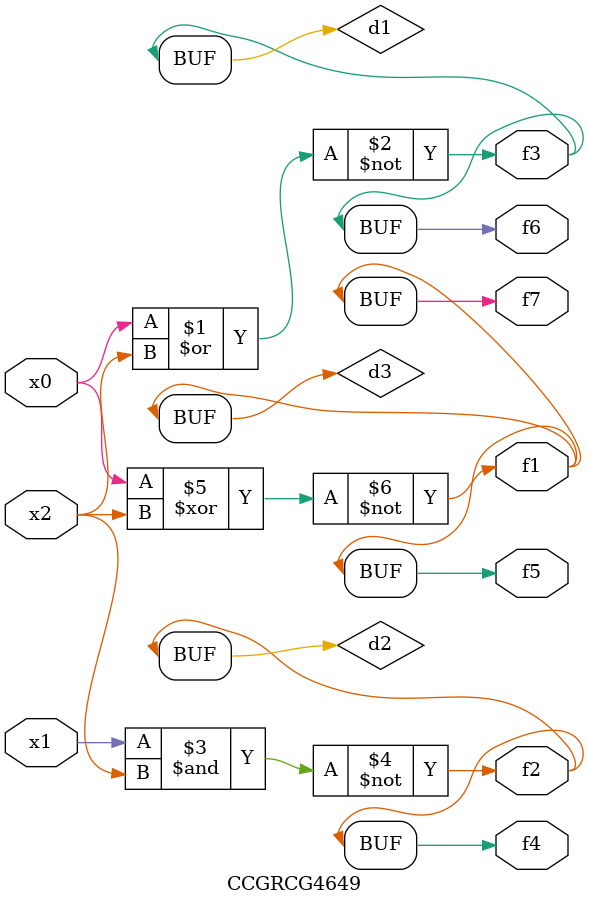
<source format=v>
module CCGRCG4649(
	input x0, x1, x2,
	output f1, f2, f3, f4, f5, f6, f7
);

	wire d1, d2, d3;

	nor (d1, x0, x2);
	nand (d2, x1, x2);
	xnor (d3, x0, x2);
	assign f1 = d3;
	assign f2 = d2;
	assign f3 = d1;
	assign f4 = d2;
	assign f5 = d3;
	assign f6 = d1;
	assign f7 = d3;
endmodule

</source>
